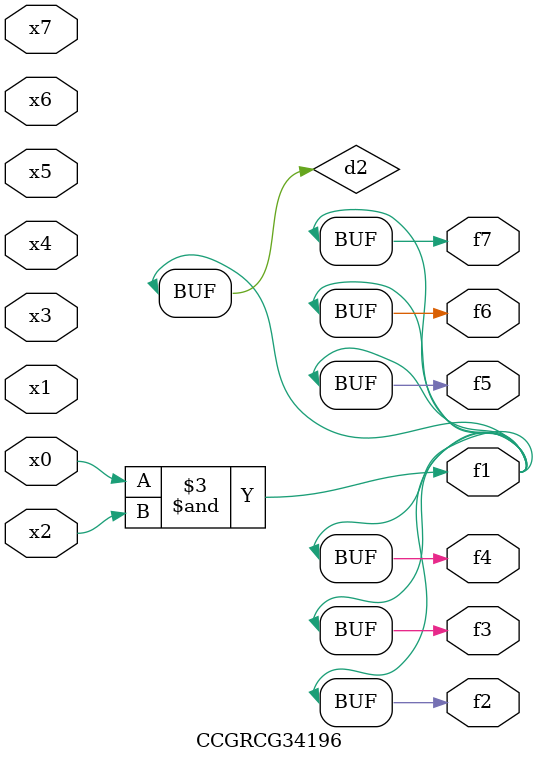
<source format=v>
module CCGRCG34196(
	input x0, x1, x2, x3, x4, x5, x6, x7,
	output f1, f2, f3, f4, f5, f6, f7
);

	wire d1, d2;

	nor (d1, x3, x6);
	and (d2, x0, x2);
	assign f1 = d2;
	assign f2 = d2;
	assign f3 = d2;
	assign f4 = d2;
	assign f5 = d2;
	assign f6 = d2;
	assign f7 = d2;
endmodule

</source>
